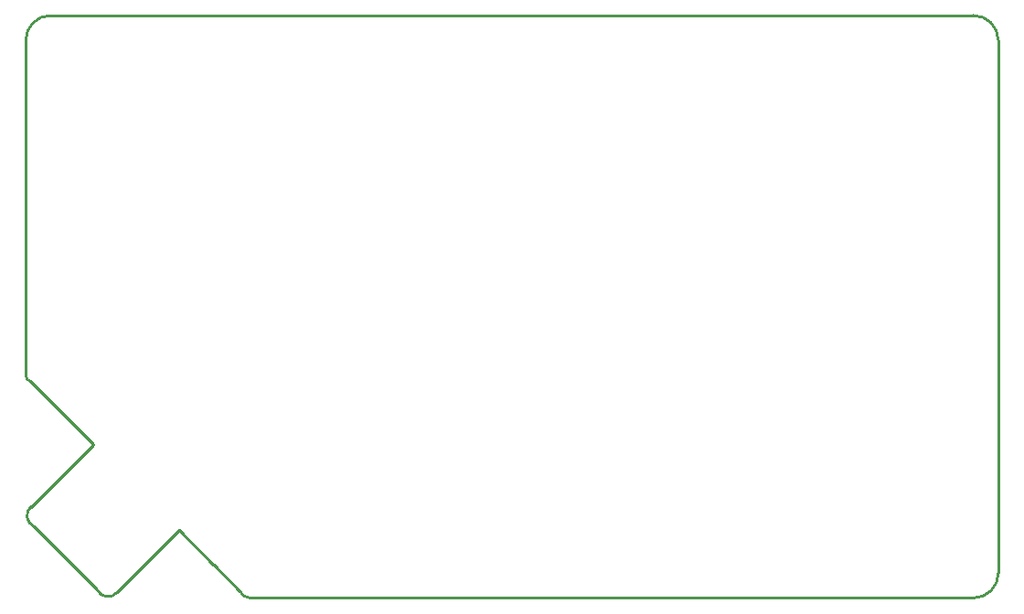
<source format=gko>
G04 Layer: BoardOutline*
G04 EasyEDA v6.3.21, 2020-02-02T17:40:02+08:00*
G04 1dbfad1c9a864778b0d2112e72029e1b,1a72cfc7dc544dba9386ef7e18e6054e,10*
G04 Gerber Generator version 0.2*
G04 Scale: 100 percent, Rotated: No, Reflected: No *
G04 Dimensions in inches *
G04 leading zeros omitted , absolute positions ,2 integer and 4 decimal *
%FSLAX24Y24*%
%MOIN*%
G90*
G70D02*

%ADD10C,0.010000*%
G54D10*
G01X303Y2600D02*
G01X2603Y300D01*
G01X5578Y2475D02*
G01X3315Y200D01*
G01X5578Y2475D02*
G01X6828Y1225D01*
G01X2459Y5589D02*
G01X178Y3325D01*
G01X2453Y5600D02*
G01X153Y7900D01*
G01X8953Y0D02*
G01X8203Y0D01*
G01X0Y20347D02*
G01X0Y20347D01*
G01X3Y8100D01*
G01X6853Y1200D02*
G01X7803Y250D01*
G01X34503Y0D02*
G01X8953Y0D01*
G01X35453Y900D02*
G01X35453Y20353D01*
G01X903Y21250D02*
G01X34529Y21250D01*
G75*
G01X203Y3350D02*
G03X303Y2600I288J-343D01*
G01*
G75*
G01X3328Y200D02*
G02X2603Y300I-331J279D01*
G01*
G75*
G01X7803Y250D02*
G03X8203Y0I382J166D01*
G01*
G75*
G01X3Y8100D02*
G03X153Y7900I277J52D01*
G01*
G75*
G01X903Y21250D02*
G03X0Y20347I0J-903D01*
G01*
G75*
G01X35453Y20350D02*
G03X34550Y21254I-903J0D01*
G01*
G75*
G01X34553Y0D02*
G03X35457Y904I0J904D01*
G01*

%LPD*%
M00*
M02*

</source>
